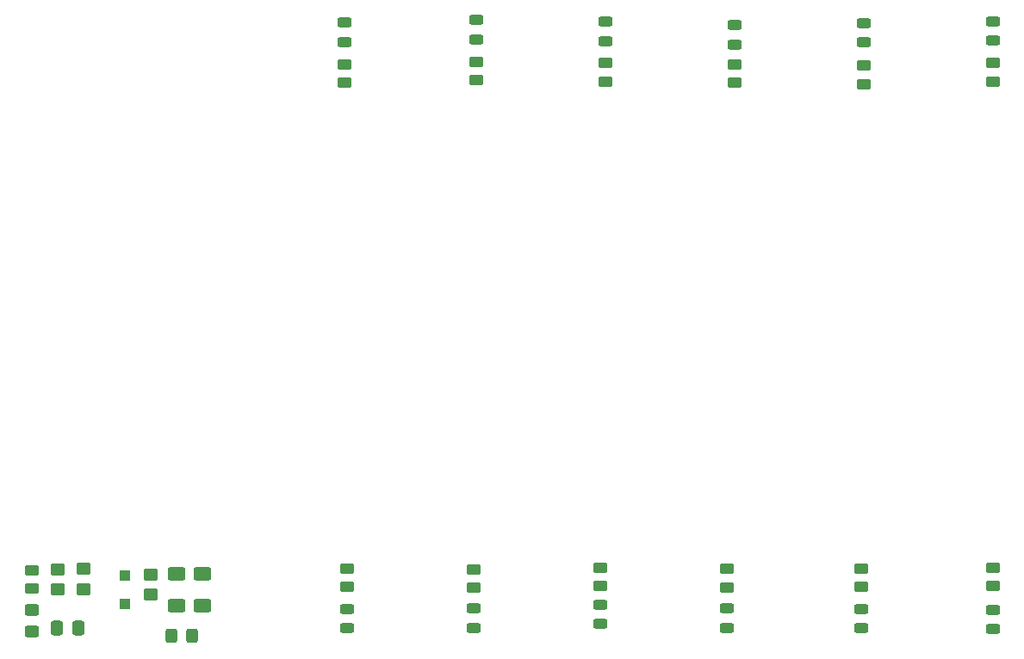
<source format=gtp>
G04 #@! TF.GenerationSoftware,KiCad,Pcbnew,6.0.4-6f826c9f35~116~ubuntu18.04.1*
G04 #@! TF.CreationDate,2022-05-23T11:49:55+08:00*
G04 #@! TF.ProjectId,Power_connector,506f7765-725f-4636-9f6e-6e6563746f72,rev?*
G04 #@! TF.SameCoordinates,Original*
G04 #@! TF.FileFunction,Paste,Top*
G04 #@! TF.FilePolarity,Positive*
%FSLAX46Y46*%
G04 Gerber Fmt 4.6, Leading zero omitted, Abs format (unit mm)*
G04 Created by KiCad (PCBNEW 6.0.4-6f826c9f35~116~ubuntu18.04.1) date 2022-05-23 11:49:55*
%MOMM*%
%LPD*%
G01*
G04 APERTURE LIST*
G04 Aperture macros list*
%AMRoundRect*
0 Rectangle with rounded corners*
0 $1 Rounding radius*
0 $2 $3 $4 $5 $6 $7 $8 $9 X,Y pos of 4 corners*
0 Add a 4 corners polygon primitive as box body*
4,1,4,$2,$3,$4,$5,$6,$7,$8,$9,$2,$3,0*
0 Add four circle primitives for the rounded corners*
1,1,$1+$1,$2,$3*
1,1,$1+$1,$4,$5*
1,1,$1+$1,$6,$7*
1,1,$1+$1,$8,$9*
0 Add four rect primitives between the rounded corners*
20,1,$1+$1,$2,$3,$4,$5,0*
20,1,$1+$1,$4,$5,$6,$7,0*
20,1,$1+$1,$6,$7,$8,$9,0*
20,1,$1+$1,$8,$9,$2,$3,0*%
G04 Aperture macros list end*
%ADD10RoundRect,0.250000X0.450000X-0.325000X0.450000X0.325000X-0.450000X0.325000X-0.450000X-0.325000X0*%
%ADD11RoundRect,0.250000X-0.450000X0.350000X-0.450000X-0.350000X0.450000X-0.350000X0.450000X0.350000X0*%
%ADD12RoundRect,0.243750X-0.456250X0.243750X-0.456250X-0.243750X0.456250X-0.243750X0.456250X0.243750X0*%
%ADD13RoundRect,0.250000X0.450000X-0.350000X0.450000X0.350000X-0.450000X0.350000X-0.450000X-0.350000X0*%
%ADD14RoundRect,0.250000X-0.450000X0.262500X-0.450000X-0.262500X0.450000X-0.262500X0.450000X0.262500X0*%
%ADD15RoundRect,0.243750X0.456250X-0.243750X0.456250X0.243750X-0.456250X0.243750X-0.456250X-0.243750X0*%
%ADD16RoundRect,0.250000X0.450000X-0.262500X0.450000X0.262500X-0.450000X0.262500X-0.450000X-0.262500X0*%
%ADD17RoundRect,0.250000X-0.625000X0.400000X-0.625000X-0.400000X0.625000X-0.400000X0.625000X0.400000X0*%
%ADD18RoundRect,0.250000X-0.337500X-0.475000X0.337500X-0.475000X0.337500X0.475000X-0.337500X0.475000X0*%
%ADD19RoundRect,0.250000X0.325000X0.450000X-0.325000X0.450000X-0.325000X-0.450000X0.325000X-0.450000X0*%
%ADD20R,1.100000X1.100000*%
G04 APERTURE END LIST*
D10*
X83798500Y-124977000D03*
X83798500Y-122927000D03*
D11*
X88878500Y-118872000D03*
X88878500Y-120872000D03*
X86338500Y-118888000D03*
X86338500Y-120888000D03*
D12*
X114554000Y-65102500D03*
X114554000Y-66977500D03*
D13*
X95504000Y-121396000D03*
X95504000Y-119396000D03*
D14*
X165354000Y-118800000D03*
X165354000Y-120625000D03*
X139700000Y-118721500D03*
X139700000Y-120546500D03*
D12*
X152908000Y-65356500D03*
X152908000Y-67231500D03*
D15*
X114808000Y-124714000D03*
X114808000Y-122839000D03*
D12*
X127508000Y-64848500D03*
X127508000Y-66723500D03*
D15*
X178308000Y-124739000D03*
X178308000Y-122864000D03*
D14*
X152181000Y-118855500D03*
X152181000Y-120680500D03*
D16*
X127508000Y-70762500D03*
X127508000Y-68937500D03*
D14*
X127254000Y-118897000D03*
X127254000Y-120722000D03*
D17*
X100584000Y-119354000D03*
X100584000Y-122454000D03*
D16*
X165608000Y-71167000D03*
X165608000Y-69342000D03*
D15*
X127254000Y-124635500D03*
X127254000Y-122760500D03*
D16*
X178308000Y-70913000D03*
X178308000Y-69088000D03*
D18*
X86317000Y-124714000D03*
X88392000Y-124714000D03*
D12*
X165608000Y-65149500D03*
X165608000Y-67024500D03*
D16*
X140208000Y-70913000D03*
X140208000Y-69088000D03*
D15*
X165354000Y-124714000D03*
X165354000Y-122839000D03*
X139747000Y-124277500D03*
X139747000Y-122402500D03*
D12*
X178308000Y-64999000D03*
X178308000Y-66874000D03*
D16*
X114554000Y-71016500D03*
X114554000Y-69191500D03*
D14*
X114808000Y-118800000D03*
X114808000Y-120625000D03*
D19*
X99577000Y-125476000D03*
X97527000Y-125476000D03*
D20*
X92964000Y-122304000D03*
X92964000Y-119504000D03*
D15*
X152146000Y-124635500D03*
X152146000Y-122760500D03*
D17*
X98044000Y-119354000D03*
X98044000Y-122454000D03*
D16*
X152908000Y-71016500D03*
X152908000Y-69191500D03*
D12*
X140200000Y-65017500D03*
X140200000Y-66892500D03*
D14*
X83798500Y-118975500D03*
X83798500Y-120800500D03*
X178308000Y-118721500D03*
X178308000Y-120546500D03*
M02*

</source>
